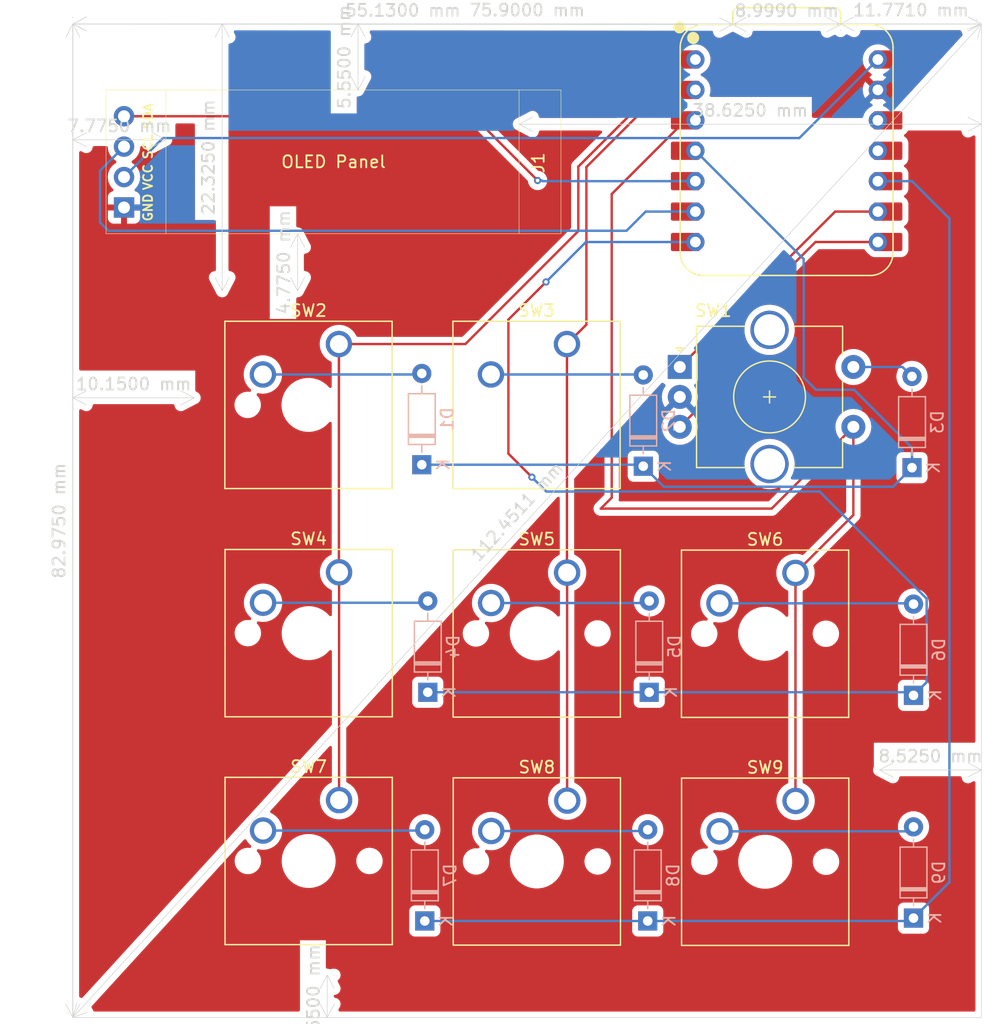
<source format=kicad_pcb>
(kicad_pcb (version 20240108) (generator "pcbnew") (generator_version "8.0")
  (layers (0 "F.Cu" signal) (31 "B.Cu" signal) (34 "B.Paste" user) (35 "F.Paste" user) (36 "B.SilkS" user "B.Silkscreen") (37 "F.SilkS" user "F.Silkscreen") (38 "B.Mask" user) (39 "F.Mask" user) (44 "Edge.Cuts" user))
  (net 0 "")
  (net 1 "Net-(J1-VCC)")
  (net 2 "Net-(D1-A)")
  (net 3 "Net-(D2-A)")
  (net 4 "C2")
  (net 5 "Net-(D3-A)")
  (net 6 "C0")
  (net 7 "Net-(D4-A)")
  (net 8 "Net-(D5-A)")
  (net 9 "Net-(D6-A)")
  (net 10 "Net-(D7-A)")
  (net 11 "Net-(D8-A)")
  (net 12 "Net-(D9-A)")
  (net 13 "GND")
  (net 14 "E1")
  (net 15 "E2")
  (net 16 "SDA")
  (net 17 "C1")
  (net 18 "R2")
  (net 20 "R0")
  (net 21 "SCL")
  (net 23 "R1")
  (footprint "Button_Switch_Keyboard:SW_Cherry_MX_1.00u_PCB" (layer "F.Cu") (at 120.65 73.66)
    (property "Reference" "SW3" (at -2.54 -2.794 0) (layer "F.SilkS"))
    (property "Value" "SW_Push")
    (fp_line (start -9.525 -1.905) (end 4.445 -1.905) (stroke (width 0.12)) (layer "F.SilkS"))
    (fp_line (start -9.525 12.065) (end -9.525 -1.905) (stroke (width 0.12)) (layer "F.SilkS"))
    (fp_line (start 4.445 -1.905) (end 4.445 12.065) (stroke (width 0.12)) (layer "F.SilkS"))
    (fp_line (start 4.445 12.065) (end -9.525 12.065) (stroke (width 0.12)) (layer "F.SilkS"))
    (pad "" np_thru_hole circle (at -7.62 5.08) (size 1.7 1.7) (drill 1.7) (layers "*.Cu" "*.Mask"))
    (pad "" np_thru_hole circle (at -2.54 5.08) (size 4 4) (drill 4) (layers "*.Cu" "*.Mask"))
    (pad "" np_thru_hole circle (at 2.54 5.08) (size 1.7 1.7) (drill 1.7) (layers "*.Cu" "*.Mask"))
    (pad "1" thru_hole circle (at 0 0) (size 2.2 2.2) (drill 1.5) (layers "*.Cu" "*.Mask") (net 17 "C1"))
    (pad "2" thru_hole circle (at -6.35 2.54) (size 2.2 2.2) (drill 1.5) (layers "*.Cu" "*.Mask") (net 3 "Net-(D2-A)"))
  )
  (footprint "Button_Switch_Keyboard:SW_Cherry_MX_1.00u_PCB" (layer "F.Cu") (at 120.665 92.745)
    (property "Reference" "SW5" (at -2.54 -2.794 0) (layer "F.SilkS"))
    (property "Value" "SW_Push")
    (fp_line (start -9.525 -1.905) (end 4.445 -1.905) (stroke (width 0.12)) (layer "F.SilkS"))
    (fp_line (start -9.525 12.065) (end -9.525 -1.905) (stroke (width 0.12)) (layer "F.SilkS"))
    (fp_line (start 4.445 -1.905) (end 4.445 12.065) (stroke (width 0.12)) (layer "F.SilkS"))
    (fp_line (start 4.445 12.065) (end -9.525 12.065) (stroke (width 0.12)) (layer "F.SilkS"))
    (pad "" np_thru_hole circle (at -7.62 5.08) (size 1.7 1.7) (drill 1.7) (layers "*.Cu" "*.Mask"))
    (pad "" np_thru_hole circle (at -2.54 5.08) (size 4 4) (drill 4) (layers "*.Cu" "*.Mask"))
    (pad "" np_thru_hole circle (at 2.54 5.08) (size 1.7 1.7) (drill 1.7) (layers "*.Cu" "*.Mask"))
    (pad "1" thru_hole circle (at 0 0) (size 2.2 2.2) (drill 1.5) (layers "*.Cu" "*.Mask") (net 17 "C1"))
    (pad "2" thru_hole circle (at -6.35 2.54) (size 2.2 2.2) (drill 1.5) (layers "*.Cu" "*.Mask") (net 8 "Net-(D5-A)"))
  )
  (footprint "Button_Switch_Keyboard:SW_Cherry_MX_1.00u_PCB" (layer "F.Cu") (at 120.675 111.785)
    (property "Reference" "SW8" (at -2.54 -2.794 0) (layer "F.SilkS"))
    (property "Value" "SW_Push")
    (fp_line (start -9.525 -1.905) (end 4.445 -1.905) (stroke (width 0.12)) (layer "F.SilkS"))
    (fp_line (start -9.525 12.065) (end -9.525 -1.905) (stroke (width 0.12)) (layer "F.SilkS"))
    (fp_line (start 4.445 -1.905) (end 4.445 12.065) (stroke (width 0.12)) (layer "F.SilkS"))
    (fp_line (start 4.445 12.065) (end -9.525 12.065) (stroke (width 0.12)) (layer "F.SilkS"))
    (pad "" np_thru_hole circle (at -7.62 5.08) (size 1.7 1.7) (drill 1.7) (layers "*.Cu" "*.Mask"))
    (pad "" np_thru_hole circle (at -2.54 5.08) (size 4 4) (drill 4) (layers "*.Cu" "*.Mask"))
    (pad "" np_thru_hole circle (at 2.54 5.08) (size 1.7 1.7) (drill 1.7) (layers "*.Cu" "*.Mask"))
    (pad "1" thru_hole circle (at 0 0) (size 2.2 2.2) (drill 1.5) (layers "*.Cu" "*.Mask") (net 17 "C1"))
    (pad "2" thru_hole circle (at -6.35 2.54) (size 2.2 2.2) (drill 1.5) (layers "*.Cu" "*.Mask") (net 11 "Net-(D8-A)"))
  )
  (footprint "Button_Switch_Keyboard:SW_Cherry_MX_1.00u_PCB" (layer "F.Cu") (at 101.6 73.66)
    (property "Reference" "SW2" (at -2.54 -2.794 0) (layer "F.SilkS"))
    (property "Value" "SW_Push")
    (fp_line (start -9.525 -1.905) (end 4.445 -1.905) (stroke (width 0.12)) (layer "F.SilkS"))
    (fp_line (start -9.525 12.065) (end -9.525 -1.905) (stroke (width 0.12)) (layer "F.SilkS"))
    (fp_line (start 4.445 -1.905) (end 4.445 12.065) (stroke (width 0.12)) (layer "F.SilkS"))
    (fp_line (start 4.445 12.065) (end -9.525 12.065) (stroke (width 0.12)) (layer "F.SilkS"))
    (pad "" np_thru_hole circle (at -7.62 5.08) (size 1.7 1.7) (drill 1.7) (layers "*.Cu" "*.Mask"))
    (pad "" np_thru_hole circle (at -2.54 5.08) (size 4 4) (drill 4) (layers "*.Cu" "*.Mask"))
    (pad "" np_thru_hole circle (at 2.54 5.08) (size 1.7 1.7) (drill 1.7) (layers "*.Cu" "*.Mask"))
    (pad "1" thru_hole circle (at 0 0) (size 2.2 2.2) (drill 1.5) (layers "*.Cu" "*.Mask") (net 6 "C0"))
    (pad "2" thru_hole circle (at -6.35 2.54) (size 2.2 2.2) (drill 1.5) (layers "*.Cu" "*.Mask") (net 2 "Net-(D1-A)"))
  )
  (footprint "Button_Switch_Keyboard:SW_Cherry_MX_1.00u_PCB" (layer "F.Cu") (at 101.615 111.745)
    (property "Reference" "SW7" (at -2.54 -2.794 0) (layer "F.SilkS"))
    (property "Value" "SW_Push")
    (fp_line (start -9.525 -1.905) (end 4.445 -1.905) (stroke (width 0.12)) (layer "F.SilkS"))
    (fp_line (start -9.525 12.065) (end -9.525 -1.905) (stroke (width 0.12)) (layer "F.SilkS"))
    (fp_line (start 4.445 -1.905) (end 4.445 12.065) (stroke (width 0.12)) (layer "F.SilkS"))
    (fp_line (start 4.445 12.065) (end -9.525 12.065) (stroke (width 0.12)) (layer "F.SilkS"))
    (pad "" np_thru_hole circle (at -7.62 5.08) (size 1.7 1.7) (drill 1.7) (layers "*.Cu" "*.Mask"))
    (pad "" np_thru_hole circle (at -2.54 5.08) (size 4 4) (drill 4) (layers "*.Cu" "*.Mask"))
    (pad "" np_thru_hole circle (at 2.54 5.08) (size 1.7 1.7) (drill 1.7) (layers "*.Cu" "*.Mask"))
    (pad "1" thru_hole circle (at 0 0) (size 2.2 2.2) (drill 1.5) (layers "*.Cu" "*.Mask") (net 6 "C0"))
    (pad "2" thru_hole circle (at -6.35 2.54) (size 2.2 2.2) (drill 1.5) (layers "*.Cu" "*.Mask") (net 10 "Net-(D7-A)"))
  )
  (footprint "Rotary_Encoder:RotaryEncoder_Alps_EC11E-Switch_Vertical_H20mm_CircularMountingHoles" (layer "F.Cu") (at 130.075 75.575)
    (property "Reference" "SW1" (at 2.8 -4.7 0) (layer "F.SilkS"))
    (property "Value" "RotaryEncoder_Switch")
    (fp_line (start -0.3 -1.6) (end 0.3 -1.6) (stroke (width 0.12)) (layer "F.SilkS"))
    (fp_line (start 0 -1.3) (end -0.3 -1.6) (stroke (width 0.12)) (layer "F.SilkS"))
    (fp_line (start 0.3 -1.6) (end 0 -1.3) (stroke (width 0.12)) (layer "F.SilkS"))
    (fp_line (start 1.4 -3.4) (end 1.4 8.4) (stroke (width 0.12)) (layer "F.SilkS"))
    (fp_line (start 5.5 -3.4) (end 1.4 -3.4) (stroke (width 0.12)) (layer "F.SilkS"))
    (fp_line (start 5.5 8.4) (end 1.4 8.4) (stroke (width 0.12)) (layer "F.SilkS"))
    (fp_line (start 7 2.5) (end 8 2.5) (stroke (width 0.12)) (layer "F.SilkS"))
    (fp_line (start 7.5 2) (end 7.5 3) (stroke (width 0.12)) (layer "F.SilkS"))
    (fp_line (start 9.5 -3.4) (end 13.6 -3.4) (stroke (width 0.12)) (layer "F.SilkS"))
    (fp_line (start 13.6 -3.4) (end 13.6 -1) (stroke (width 0.12)) (layer "F.SilkS"))
    (fp_line (start 13.6 1.2) (end 13.6 3.8) (stroke (width 0.12)) (layer "F.SilkS"))
    (fp_line (start 13.6 6) (end 13.6 8.4) (stroke (width 0.12)) (layer "F.SilkS"))
    (fp_line (start 13.6 8.4) (end 9.5 8.4) (stroke (width 0.12)) (layer "F.SilkS"))
    (fp_circle (center 7.5 2.5) (end 10.5 2.5) (stroke (width 0.12)) (fill none) (layer "F.SilkS"))
    (pad "A" thru_hole rect (at 0 0) (size 2 2) (drill 1) (layers "*.Cu" "*.Mask") (net 14 "E1"))
    (pad "B" thru_hole circle (at 0 5) (size 2 2) (drill 1) (layers "*.Cu" "*.Mask") (net 15 "E2"))
    (pad "C" thru_hole circle (at 0 2.5) (size 2 2) (drill 1) (layers "*.Cu" "*.Mask") (net 13 "GND"))
    (pad "MP" thru_hole circle (at 7.5 -3.1) (size 3.2 3.2) (drill 2.6) (layers "*.Cu" "*.Mask"))
    (pad "MP" thru_hole circle (at 7.5 8.1) (size 3.2 3.2) (drill 2.6) (layers "*.Cu" "*.Mask"))
    (pad "S1" thru_hole circle (at 14.5 5) (size 2 2) (drill 1) (layers "*.Cu" "*.Mask") (net 4 "C2"))
    (pad "S2" thru_hole circle (at 14.5 0) (size 2 2) (drill 1) (layers "*.Cu" "*.Mask") (net 5 "Net-(D3-A)"))
  )
  (footprint "Button_Switch_Keyboard:SW_Cherry_MX_1.00u_PCB" (layer "F.Cu") (at 139.74 92.77)
    (property "Reference" "SW6" (at -2.54 -2.794 0) (layer "F.SilkS"))
    (property "Value" "SW_Push")
    (fp_line (start -9.525 -1.905) (end 4.445 -1.905) (stroke (width 0.12)) (layer "F.SilkS"))
    (fp_line (start -9.525 12.065) (end -9.525 -1.905) (stroke (width 0.12)) (layer "F.SilkS"))
    (fp_line (start 4.445 -1.905) (end 4.445 12.065) (stroke (width 0.12)) (layer "F.SilkS"))
    (fp_line (start 4.445 12.065) (end -9.525 12.065) (stroke (width 0.12)) (layer "F.SilkS"))
    (pad "" np_thru_hole circle (at -7.62 5.08) (size 1.7 1.7) (drill 1.7) (layers "*.Cu" "*.Mask"))
    (pad "" np_thru_hole circle (at -2.54 5.08) (size 4 4) (drill 4) (layers "*.Cu" "*.Mask"))
    (pad "" np_thru_hole circle (at 2.54 5.08) (size 1.7 1.7) (drill 1.7) (layers "*.Cu" "*.Mask"))
    (pad "1" thru_hole circle (at 0 0) (size 2.2 2.2) (drill 1.5) (layers "*.Cu" "*.Mask") (net 4 "C2"))
    (pad "2" thru_hole circle (at -6.35 2.54) (size 2.2 2.2) (drill 1.5) (layers "*.Cu" "*.Mask") (net 9 "Net-(D6-A)"))
  )
  (footprint "Button_Switch_Keyboard:SW_Cherry_MX_1.00u_PCB" (layer "F.Cu") (at 139.75 111.81)
    (property "Reference" "SW9" (at -2.54 -2.794 0) (layer "F.SilkS"))
    (property "Value" "SW_Push")
    (fp_line (start -9.525 -1.905) (end 4.445 -1.905) (stroke (width 0.12)) (layer "F.SilkS"))
    (fp_line (start -9.525 12.065) (end -9.525 -1.905) (stroke (width 0.12)) (layer "F.SilkS"))
    (fp_line (start 4.445 -1.905) (end 4.445 12.065) (stroke (width 0.12)) (layer "F.SilkS"))
    (fp_line (start 4.445 12.065) (end -9.525 12.065) (stroke (width 0.12)) (layer "F.SilkS"))
    (pad "" np_thru_hole circle (at -7.62 5.08) (size 1.7 1.7) (drill 1.7) (layers "*.Cu" "*.Mask"))
    (pad "" np_thru_hole circle (at -2.54 5.08) (size 4 4) (drill 4) (layers "*.Cu" "*.Mask"))
    (pad "" np_thru_hole circle (at 2.54 5.08) (size 1.7 1.7) (drill 1.7) (layers "*.Cu" "*.Mask"))
    (pad "1" thru_hole circle (at 0 0) (size 2.2 2.2) (drill 1.5) (layers "*.Cu" "*.Mask") (net 4 "C2"))
    (pad "2" thru_hole circle (at -6.35 2.54) (size 2.2 2.2) (drill 1.5) (layers "*.Cu" "*.Mask") (net 12 "Net-(D9-A)"))
  )
  (footprint "ScottoKeebs_Miscellaneous:XIAO-RP2040-DIP" (layer "F.Cu") (at 139 57.5185)
    (property "Reference" "U1" (hide yes))
    (property "Value" "MCU_Seeed_XIAO_RP2040")
    (fp_line (start -8.89 8.509) (end -8.89 -8.636) (stroke (width 0.127)) (layer "F.SilkS"))
    (fp_line (start -6.985 10.414) (end 6.985 10.414) (stroke (width 0.127)) (layer "F.SilkS"))
    (fp_line (start -4.495 -10.541) (end -4.491272 -11.451272) (stroke (width 0.127)) (layer "F.SilkS"))
    (fp_line (start -3.991272 -11.951) (end 4.004 -11.951) (stroke (width 0.127)) (layer "F.SilkS"))
    (fp_line (start 4.504 -11.451) (end 4.504 -10.541) (stroke (width 0.127)) (layer "F.SilkS"))
    (fp_line (start 6.985 -10.541) (end -6.985 -10.541) (stroke (width 0.1)) (layer "F.SilkS"))
    (fp_line (start 6.985 -10.541) (end -6.985 -10.541) (stroke (width 0.127)) (layer "F.SilkS"))
    (fp_line (start 8.89 8.509) (end 8.89 -8.636) (stroke (width 0.127)) (layer "F.SilkS"))
    (fp_arc (start -8.89 -8.636) (mid -8.332038 -9.983038) (end -6.985 -10.541) (stroke (width 0.127)) (layer "F.SilkS"))
    (fp_arc (start -6.985 10.414) (mid -8.332038 9.856038) (end -8.89 8.509) (stroke (width 0.127)) (layer "F.SilkS"))
    (fp_arc (start -4.491272 -11.451272) (mid -4.344724 -11.804644) (end -3.991272 -11.951) (stroke (width 0.127)) (layer "F.SilkS"))
    (fp_arc (start 4.004 -11.951) (mid 4.357553 -11.804553) (end 4.504 -11.451) (stroke (width 0.127)) (layer "F.SilkS"))
    (fp_arc (start 6.985 -10.541) (mid 8.332038 -9.983038) (end 8.89 -8.636) (stroke (width 0.127)) (layer "F.SilkS"))
    (fp_arc (start 8.89 8.509) (mid 8.332038 9.856038) (end 6.985 10.414) (stroke (width 0.127)) (layer "F.SilkS"))
    (fp_circle (center -8.95 -10.3) (end -8.95 -10.554) (stroke (width 0.5)) (fill solid) (layer "F.SilkS"))
    (fp_circle (center -7.807 -9.42) (end -7.807 -9.674) (stroke (width 0.5)) (fill solid) (layer "F.SilkS"))
    (pad "1" smd roundrect (at -8.455 -7.62 180) (size 2.432 1.524) (layers "F.Cu" "F.Mask") (roundrect_rratio 0.1) (net 6 "C0"))
    (pad "1" thru_hole circle (at -7.62 -7.62 180) (size 1.524 1.524) (drill 0.889) (layers "*.Cu" "*.Mask") (net 6 "C0"))
    (pad "2" smd roundrect (at -8.455 -5.08 180) (size 2.432 1.524) (layers "F.Cu" "F.Mask") (roundrect_rratio 0.1) (net 17 "C1"))
    (pad "2" thru_hole circle (at -7.62 -5.08 180) (size 1.524 1.524) (drill 0.889) (layers "*.Cu" "*.Mask") (net 17 "C1"))
    (pad "3" smd roundrect (at -8.455 -2.54 180) (size 2.432 1.524) (layers "F.Cu" "F.Mask") (roundrect_rratio 0.1) (net 4 "C2"))
    (pad "3" thru_hole circle (at -7.62 -2.54 180) (size 1.524 1.524) (drill 0.889) (layers "*.Cu" "*.Mask") (net 4 "C2"))
    (pad "4" smd roundrect (at -8.455 0 180) (size 2.432 1.524) (layers "F.Cu" "F.Mask") (roundrect_rratio 0.1) (net 20 "R0"))
    (pad "4" thru_hole circle (at -7.62 0 180) (size 1.524 1.524) (drill 0.889) (layers "*.Cu" "*.Mask") (net 20 "R0"))
    (pad "5" smd roundrect (at -8.455 2.54 180) (size 2.432 1.524) (layers "F.Cu" "F.Mask") (roundrect_rratio 0.1) (net 16 "SDA"))
    (pad "5" thru_hole circle (at -7.62 2.54 180) (size 1.524 1.524) (drill 0.889) (layers "*.Cu" "*.Mask") (net 16 "SDA"))
    (pad "6" smd roundrect (at -8.455 5.08 180) (size 2.432 1.524) (layers "F.Cu" "F.Mask") (roundrect_rratio 0.1) (net 21 "SCL"))
    (pad "6" thru_hole circle (at -7.62 5.08 180) (size 1.524 1.524) (drill 0.889) (layers "*.Cu" "*.Mask") (net 21 "SCL"))
    (pad "7" smd roundrect (at -8.455 7.62 180) (size 2.432 1.524) (layers "F.Cu" "F.Mask") (roundrect_rratio 0.1) (net 23 "R1"))
    (pad "7" thru_hole circle (at -7.62 7.62 180) (size 1.524 1.524) (drill 0.889) (layers "*.Cu" "*.Mask") (net 23 "R1"))
    (pad "8" thru_hole circle (at 7.62 7.62) (size 1.524 1.524) (drill 0.889) (layers "*.Cu" "*.Mask") (net 15 "E2"))
    (pad "8" smd roundrect (at 8.455 7.62) (size 2.432 1.524) (layers "F.Cu" "F.Mask") (roundrect_rratio 0.1) (net 15 "E2"))
    (pad "9" thru_hole circle (at 7.62 5.08) (size 1.524 1.524) (drill 0.889) (layers "*.Cu" "*.Mask") (net 14 "E1"))
    (pad "9" smd roundrect (at 8.455 5.08) (size 2.432 1.524) (layers "F.Cu" "F.Mask") (roundrect_rratio 0.1) (net 14 "E1"))
    (pad "10" thru_hole circle (at 7.62 2.54) (size 1.524 1.524) (drill 0.889) (layers "*.Cu" "*.Mask") (net 18 "R2"))
    (pad "10" smd roundrect (at 8.455 2.54) (size 2.432 1.524) (layers "F.Cu" "F.Mask") (roundrect_rratio 0.1) (net 18 "R2"))
    (pad "11" thru_hole circle (at 7.62 0) (size 1.524 1.524) (drill 0.889) (layers "*.Cu" "*.Mask"))
    (pad "11" smd roundrect (at 8.455 0) (size 2.432 1.524) (layers "F.Cu" "F.Mask") (roundrect_rratio 0.1))
    (pad "12" thru_hole circle (at 7.62 -2.54) (size 1.524 1.524) (drill 0.889) (layers "*.Cu" "*.Mask"))
    (pad "12" smd roundrect (at 8.455 -2.54) (size 2.432 1.524) (layers "F.Cu" "F.Mask") (roundrect_rratio 0.1))
    (pad "13" thru_hole circle (at 7.62 -5.08) (size 1.524 1.524) (drill 0.889) (layers "*.Cu" "*.Mask") (net 13 "GND"))
    (pad "13" smd roundrect (at 8.455 -5.08) (size 2.432 1.524) (layers "F.Cu" "F.Mask") (roundrect_rratio 0.1) (net 13 "GND"))
    (pad "14" thru_hole circle (at 7.62 -7.62) (size 1.524 1.524) (drill 0.889) (layers "*.Cu" "*.Mask") (net 1 "Net-(J1-VCC)"))
    (pad "14" smd roundrect (at 8.455 -7.62) (size 2.432 1.524) (layers "F.Cu" "F.Mask") (roundrect_rratio 0.1) (net 1 "Net-(J1-VCC)"))
  )
  (footprint "Button_Switch_Keyboard:SW_Cherry_MX_1.00u_PCB" (layer "F.Cu") (at 101.615 92.72)
    (property "Reference" "SW4" (at -2.54 -2.794 0) (layer "F.SilkS"))
    (property "Value" "SW_Push")
    (fp_line (start -9.525 -1.905) (end 4.445 -1.905) (stroke (width 0.12)) (layer "F.SilkS"))
    (fp_line (start -9.525 12.065) (end -9.525 -1.905) (stroke (width 0.12)) (layer "F.SilkS"))
    (fp_line (start 4.445 -1.905) (end 4.445 12.065) (stroke (width 0.12)) (layer "F.SilkS"))
    (fp_line (start 4.445 12.065) (end -9.525 12.065) (stroke (width 0.12)) (layer "F.SilkS"))
    (pad "" np_thru_hole circle (at -7.62 5.08) (size 1.7 1.7) (drill 1.7) (layers "*.Cu" "*.Mask"))
    (pad "" np_thru_hole circle (at -2.54 5.08) (size 4 4) (drill 4) (layers "*.Cu" "*.Mask"))
    (pad "" np_thru_hole circle (at 2.54 5.08) (size 1.7 1.7) (drill 1.7) (layers "*.Cu" "*.Mask"))
    (pad "1" thru_hole circle (at 0 0) (size 2.2 2.2) (drill 1.5) (layers "*.Cu" "*.Mask") (net 6 "C0"))
    (pad "2" thru_hole circle (at -6.35 2.54) (size 2.2 2.2) (drill 1.5) (layers "*.Cu" "*.Mask") (net 7 "Net-(D4-A)"))
  )
  (footprint "ScottoKeebs_Miscellaneous:SSD1306-0.91-OLED-4pin-128x32 (2)" (layer "F.Cu") (at 120.15 64.445 180)
    (property "Reference" "J1" (at 1.9 5.91 90) (layer "F.SilkS"))
    (property "Value" "OLED_128x32")
    (fp_line (start 38 12) (end 38 0) (stroke (width 0.04)) (layer "F.SilkS"))
    (fp_line (start 38 0) (end 0 0) (stroke (width 0.04)) (layer "F.SilkS"))
    (fp_line (start 33 0) (end 33 12) (stroke (width 0.04)) (layer "F.SilkS"))
    (fp_line (start 3.5 0) (end 3.5 12) (stroke (width 0.04)) (layer "F.SilkS"))
    (fp_line (start 0 12) (end 38 12) (stroke (width 0.04)) (layer "F.SilkS"))
    (fp_line (start 0 0) (end 0 12) (stroke (width 0.04)) (layer "F.SilkS"))
    (fp_text user "SCL" (at 34.5 7.27 90) (layer "F.SilkS") (effects (font (size 0.75 0.75))))
    (fp_text user "VCC" (at 34.5 4.73 90) (layer "F.SilkS") (effects (font (size 0.75 0.75))))
    (fp_text user "OLED Panel" (at 19 6 0) (layer "F.SilkS"))
    (fp_text user "GND" (at 34.5 2.19 90) (layer "F.SilkS") (effects (font (size 0.75 0.75))))
    (fp_text user "SDA" (at 34.5 9.81 90) (layer "F.SilkS") (effects (font (size 0.75 0.75))))
    (pad "1" thru_hole rect (at 36.5 2.19 180) (size 1.7 1.7) (drill 1) (layers "*.Cu" "*.Mask") (net 13 "GND"))
    (pad "2" thru_hole oval (at 36.5 4.73 180) (size 1.7 1.7) (drill 1) (layers "*.Cu" "*.Mask") (net 1 "Net-(J1-VCC)"))
    (pad "3" thru_hole oval (at 36.5 7.27 180) (size 1.7 1.7) (drill 1) (layers "*.Cu" "*.Mask") (net 21 "SCL"))
    (pad "4" thru_hole oval (at 36.5 9.81 180) (size 1.7 1.7) (drill 1) (layers "*.Cu" "*.Mask") (net 16 "SDA"))
  )
  (footprint "Diode_THT:D_DO-35_SOD27_P7.62mm_Horizontal" (layer "B.Cu") (at 127.4 121.835 90)
    (property "Reference" "D8" (at 3.81 2.12 90) (layer "B.SilkS") (effects (justify mirror)))
    (property "Value" "D")
    (fp_line (start 5.93 -1.12) (end 1.69 -1.12) (stroke (width 0.12)) (layer "B.SilkS"))
    (fp_line (start 2.53 -1.12) (end 2.53 1.12) (stroke (width 0.12)) (layer "B.SilkS"))
    (fp_line (start 2.41 -1.12) (end 2.41 1.12) (stroke (width 0.12)) (layer "B.SilkS"))
    (fp_line (start 2.29 -1.12) (end 2.29 1.12) (stroke (width 0.12)) (layer "B.SilkS"))
    (fp_line (start 1.69 -1.12) (end 1.69 1.12) (stroke (width 0.12)) (layer "B.SilkS"))
    (fp_line (start 5.93 0) (end 6.58 0) (stroke (width 0.12)) (layer "B.SilkS"))
    (fp_line (start 1.69 0) (end 1.04 0) (stroke (width 0.12)) (layer "B.SilkS"))
    (fp_line (start 5.93 1.12) (end 5.93 -1.12) (stroke (width 0.12)) (layer "B.SilkS"))
    (fp_line (start 1.69 1.12) (end 5.93 1.12) (stroke (width 0.12)) (layer "B.SilkS"))
    (fp_text user "K" (at 0 1.8 90) (layer "B.SilkS") (effects (justify mirror)))
    (pad "1" thru_hole rect (at 0 0 90) (size 1.6 1.6) (drill 0.8) (layers "*.Cu" "*.Mask") (net 18 "R2"))
    (pad "2" thru_hole oval (at 7.62 0 90) (size 1.6 1.6) (drill 0.8) (layers "*.Cu" "*.Mask") (net 11 "Net-(D8-A)"))
  )
  (footprint "Diode_THT:D_DO-35_SOD27_P7.62mm_Horizontal" (layer "B.Cu") (at 108.525 83.735 90)
    (property "Reference" "D1" (at 3.81 2.12 90) (layer "B.SilkS") (effects (justify mirror)))
    (property "Value" "D")
    (fp_line (start 5.93 -1.12) (end 1.69 -1.12) (stroke (width 0.12)) (layer "B.SilkS"))
    (fp_line (start 2.53 -1.12) (end 2.53 1.12) (stroke (width 0.12)) (layer "B.SilkS"))
    (fp_line (start 2.41 -1.12) (end 2.41 1.12) (stroke (width 0.12)) (layer "B.SilkS"))
    (fp_line (start 2.29 -1.12) (end 2.29 1.12) (stroke (width 0.12)) (layer "B.SilkS"))
    (fp_line (start 1.69 -1.12) (end 1.69 1.12) (stroke (width 0.12)) (layer "B.SilkS"))
    (fp_line (start 5.93 0) (end 6.58 0) (stroke (width 0.12)) (layer "B.SilkS"))
    (fp_line (start 1.69 0) (end 1.04 0) (stroke (width 0.12)) (layer "B.SilkS"))
    (fp_line (start 5.93 1.12) (end 5.93 -1.12) (stroke (width 0.12)) (layer "B.SilkS"))
    (fp_line (start 1.69 1.12) (end 5.93 1.12) (stroke (width 0.12)) (layer "B.SilkS"))
    (fp_text user "K" (at 0 1.8 90) (layer "B.SilkS") (effects (justify mirror)))
    (pad "1" thru_hole rect (at 0 0 90) (size 1.6 1.6) (drill 0.8) (layers "*.Cu" "*.Mask") (net 20 "R0"))
    (pad "2" thru_hole oval (at 7.62 0 90) (size 1.6 1.6) (drill 0.8) (layers "*.Cu" "*.Mask") (net 2 "Net-(D1-A)"))
  )
  (footprint "Diode_THT:D_DO-35_SOD27_P7.62mm_Horizontal" (layer "B.Cu") (at 149.6 121.595 90)
    (property "Reference" "D9" (at 3.81 2.12 90) (layer "B.SilkS") (effects (justify mirror)))
    (property "Value" "D")
    (fp_line (start 5.93 -1.12) (end 1.69 -1.12) (stroke (width 0.12)) (layer "B.SilkS"))
    (fp_line (start 2.53 -1.12) (end 2.53 1.12) (stroke (width 0.12)) (layer "B.SilkS"))
    (fp_line (start 2.41 -1.12) (end 2.41 1.12) (stroke (width 0.12)) (layer "B.SilkS"))
    (fp_line (start 2.29 -1.12) (end 2.29 1.12) (stroke (width 0.12)) (layer "B.SilkS"))
    (fp_line (start 1.69 -1.12) (end 1.69 1.12) (stroke (width 0.12)) (layer "B.SilkS"))
    (fp_line (start 5.93 0) (end 6.58 0) (stroke (width 0.12)) (layer "B.SilkS"))
    (fp_line (start 1.69 0) (end 1.04 0) (stroke (width 0.12)) (layer "B.SilkS"))
    (fp_line (start 5.93 1.12) (end 5.93 -1.12) (stroke (width 0.12)) (layer "B.SilkS"))
    (fp_line (start 1.69 1.12) (end 5.93 1.12) (stroke (width 0.12)) (layer "B.SilkS"))
    (fp_text user "K" (at 0 1.8 90) (layer "B.SilkS") (effects (justify mirror)))
    (pad "1" thru_hole rect (at 0 0 90) (size 1.6 1.6) (drill 0.8) (layers "*.Cu" "*.Mask") (net 18 "R2"))
    (pad "2" thru_hole oval (at 7.62 0 90) (size 1.6 1.6) (drill 0.8) (layers "*.Cu" "*.Mask") (net 12 "Net-(D9-A)"))
  )
  (footprint "Diode_THT:D_DO-35_SOD27_P7.62mm_Horizontal" (layer "B.Cu") (at 108.775 121.835 90)
    (property "Reference" "D7" (at 3.81 2.12 90) (layer "B.SilkS") (effects (justify mirror)))
    (property "Value" "D")
    (fp_line (start 5.93 -1.12) (end 1.69 -1.12) (stroke (width 0.12)) (layer "B.SilkS"))
    (fp_line (start 2.53 -1.12) (end 2.53 1.12) (stroke (width 0.12)) (layer "B.SilkS"))
    (fp_line (start 2.41 -1.12) (end 2.41 1.12) (stroke (width 0.12)) (layer "B.SilkS"))
    (fp_line (start 2.29 -1.12) (end 2.29 1.12) (stroke (width 0.12)) (layer "B.SilkS"))
    (fp_line (start 1.69 -1.12) (end 1.69 1.12) (stroke (width 0.12)) (layer "B.SilkS"))
    (fp_line (start 5.93 0) (end 6.58 0) (stroke (width 0.12)) (layer "B.SilkS"))
    (fp_line (start 1.69 0) (end 1.04 0) (stroke (width 0.12)) (layer "B.SilkS"))
    (fp_line (start 5.93 1.12) (end 5.93 -1.12) (stroke (width 0.12)) (layer "B.SilkS"))
    (fp_line (start 1.69 1.12) (end 5.93 1.12) (stroke (width 0.12)) (layer "B.SilkS"))
    (fp_text user "K" (at 0 1.8 90) (layer "B.SilkS") (effects (justify mirror)))
    (pad "1" thru_hole rect (at 0 0 90) (size 1.6 1.6) (drill 0.8) (layers "*.Cu" "*.Mask") (net 18 "R2"))
    (pad "2" thru_hole oval (at 7.62 0 90) (size 1.6 1.6) (drill 0.8) (layers "*.Cu" "*.Mask") (net 10 "Net-(D7-A)"))
  )
  (footprint "Diode_THT:D_DO-35_SOD27_P7.62mm_Horizontal" (layer "B.Cu") (at 149.475 83.985 90)
    (property "Reference" "D3" (at 3.81 2.12 90) (layer "B.SilkS") (effects (justify mirror)))
    (property "Value" "D")
    (fp_line (start 5.93 -1.12) (end 1.69 -1.12) (stroke (width 0.12)) (layer "B.SilkS"))
    (fp_line (start 2.53 -1.12) (end 2.53 1.12) (stroke (width 0.12)) (layer "B.SilkS"))
    (fp_line (start 2.41 -1.12) (end 2.41 1.12) (stroke (width 0.12)) (layer "B.SilkS"))
    (fp_line (start 2.29 -1.12) (end 2.29 1.12) (stroke (width 0.12)) (layer "B.SilkS"))
    (fp_line (start 1.69 -1.12) (end 1.69 1.12) (stroke (width 0.12)) (layer "B.SilkS"))
    (fp_line (start 5.93 0) (end 6.58 0) (stroke (width 0.12)) (layer "B.SilkS"))
    (fp_line (start 1.69 0) (end 1.04 0) (stroke (width 0.12)) (layer "B.SilkS"))
    (fp_line (start 5.93 1.12) (end 5.93 -1.12) (stroke (width 0.12)) (layer "B.SilkS"))
    (fp_line (start 1.69 1.12) (end 5.93 1.12) (stroke (width 0.12)) (layer "B.SilkS"))
    (fp_text user "K" (at 0 1.8 90) (layer "B.SilkS") (effects (justify mirror)))
    (pad "1" thru_hole rect (at 0 0 90) (size 1.6 1.6) (drill 0.8) (layers "*.Cu" "*.Mask") (net 20 "R0"))
    (pad "2" thru_hole oval (at 7.62 0 90) (size 1.6 1.6) (drill 0.8) (layers "*.Cu" "*.Mask") (net 5 "Net-(D3-A)"))
  )
  (footprint "Diode_THT:D_DO-35_SOD27_P7.62mm_Horizontal" (layer "B.Cu") (at 109.025 102.735 90)
    (property "Reference" "D4" (at 3.81 2.12 90) (layer "B.SilkS") (effects (justify mirror)))
    (property "Value" "D")
    (fp_line (start 5.93 -1.12) (end 1.69 -1.12) (stroke (width 0.12)) (layer "B.SilkS"))
    (fp_line (start 2.53 -1.12) (end 2.53 1.12) (stroke (width 0.12)) (layer "B.SilkS"))
    (fp_line (start 2.41 -1.12) (end 2.41 1.12) (stroke (width 0.12)) (layer "B.SilkS"))
    (fp_line (start 2.29 -1.12) (end 2.29 1.12) (stroke (width 0.12)) (layer "B.SilkS"))
    (fp_line (start 1.69 -1.12) (end 1.69 1.12) (stroke (width 0.12)) (layer "B.SilkS"))
    (fp_line (start 5.93 0) (end 6.58 0) (stroke (width 0.12)) (layer "B.SilkS"))
    (fp_line (start 1.69 0) (end 1.04 0) (stroke (width 0.12)) (layer "B.SilkS"))
    (fp_line (start 5.93 1.12) (end 5.93 -1.12) (stroke (width 0.12)) (layer "B.SilkS"))
    (fp_line (start 1.69 1.12) (end 5.93 1.12) (stroke (width 0.12)) (layer "B.SilkS"))
    (fp_text user "K" (at 0 1.8 90) (layer "B.SilkS") (effects (justify mirror)))
    (pad "1" thru_hole rect (at 0 0 90) (size 1.6 1.6) (drill 0.8) (layers "*.Cu" "*.Mask") (net 23 "R1"))
    (pad "2" thru_hole oval (at 7.62 0 90) (size 1.6 1.6) (drill 0.8) (layers "*.Cu" "*.Mask") (net 7 "Net-(D4-A)"))
  )
  (footprint "Diode_THT:D_DO-35_SOD27_P7.62mm_Horizontal" (layer "B.Cu") (at 149.6 102.995 90)
    (property "Reference" "D6" (at 3.81 2.12 90) (layer "B.SilkS") (effects (justify mirror)))
    (property "Value" "D")
    (fp_line (start 5.93 -1.12) (end 1.69 -1.12) (stroke (width 0.12)) (layer "B.SilkS"))
    (fp_line (start 2.53 -1.12) (end 2.53 1.12) (stroke (width 0.12)) (layer "B.SilkS"))
    (fp_line (start 2.41 -1.12) (end 2.41 1.12) (stroke (width 0.12)) (layer "B.SilkS"))
    (fp_line (start 2.29 -1.12) (end 2.29 1.12) (stroke (width 0.12)) (layer "B.SilkS"))
    (fp_line (start 1.69 -1.12) (end 1.69 1.12) (stroke (width 0.12)) (layer "B.SilkS"))
    (fp_line (start 5.93 0) (end 6.58 0) (stroke (width 0.12)) (layer "B.SilkS"))
    (fp_line (start 1.69 0) (end 1.04 0) (stroke (width 0.12)) (layer "B.SilkS"))
    (fp_line (start 5.93 1.12) (end 5.93 -1.12) (stroke (width 0.12)) (layer "B.SilkS"))
    (fp_line (start 1.69 1.12) (end 5.93 1.12) (stroke (width 0.12)) (layer "B.SilkS"))
    (fp_text user "K" (at 0 1.8 90) (layer "B.SilkS") (effects (justify mirror)))
    (pad "1" thru_hole rect (at 0 0 90) (size 1.6 1.6) (drill 0.8) (layers "*.Cu" "*.Mask") (net 23 "R1"))
    (pad "2" thru_hole oval (at 7.62 0 90) (size 1.6 1.6) (drill 0.8) (layers "*.Cu" "*.Mask") (net 9 "Net-(D6-A)"))
  )
  (footprint "Diode_THT:D_DO-35_SOD27_P7.62mm_Horizontal" (layer "B.Cu") (at 127.025 83.86 90)
    (property "Reference" "D2" (at 3.81 2.12 90) (layer "B.SilkS") (effects (justify mirror)))
    (property "Value" "D")
    (fp_line (start 5.93 -1.12) (end 1.69 -1.12) (stroke (width 0.12)) (layer "B.SilkS"))
    (fp_line (start 2.53 -1.12) (end 2.53 1.12) (stroke (width 0.12)) (layer "B.SilkS"))
    (fp_line (start 2.41 -1.12) (end 2.41 1.12) (stroke (width 0.12)) (layer "B.SilkS"))
    (fp_line (start 2.29 -1.12) (end 2.29 1.12) (stroke (width 0.12)) (layer "B.SilkS"))
    (fp_line (start 1.69 -1.12) (end 1.69 1.12) (stroke (width 0.12)) (layer "B.SilkS"))
    (fp_line (start 5.93 0) (end 6.58 0) (stroke (width 0.12)) (layer "B.SilkS"))
    (fp_line (start 1.69 0) (end 1.04 0) (stroke (width 0.12)) (layer "B.SilkS"))
    (fp_line (start 5.93 1.12) (end 5.93 -1.12) (stroke (width 0.12)) (layer "B.SilkS"))
    (fp_line (start 1.69 1.12) (end 5.93 1.12) (stroke (width 0.12)) (layer "B.SilkS"))
    (fp_text user "K" (at 0 1.8 90) (layer "B.SilkS") (effects (justify mirror)))
    (pad "1" thru_hole rect (at 0 0 90) (size 1.6 1.6) (drill 0.8) (layers "*.Cu" "*.Mask") (net 20 "R0"))
    (pad "2" thru_hole oval (at 7.62 0 90) (size 1.6 1.6) (drill 0.8) (layers "*.Cu" "*.Mask") (net 3 "Net-(D2-A)"))
  )
  (footprint "Diode_THT:D_DO-35_SOD27_P7.62mm_Horizontal" (layer "B.Cu") (at 127.525 102.735 90)
    (property "Reference" "D5" (at 3.81 2.12 90) (layer "B.SilkS") (effects (justify mirror)))
    (property "Value" "D")
    (fp_line (start 5.93 -1.12) (end 1.69 -1.12) (stroke (width 0.12)) (layer "B.SilkS"))
    (fp_line (start 2.53 -1.12) (end 2.53 1.12) (stroke (width 0.12)) (layer "B.SilkS"))
    (fp_line (start 2.41 -1.12) (end 2.41 1.12) (stroke (width 0.12)) (layer "B.SilkS"))
    (fp_line (start 2.29 -1.12) (end 2.29 1.12) (stroke (width 0.12)) (layer "B.SilkS"))
    (fp_line (start 1.69 -1.12) (end 1.69 1.12) (stroke (width 0.12)) (layer "B.SilkS"))
    (fp_line (start 5.93 0) (end 6.58 0) (stroke (width 0.12)) (layer "B.SilkS"))
    (fp_line (start 1.69 0) (end 1.04 0) (stroke (width 0.12)) (layer "B.SilkS"))
    (fp_line (start 5.93 1.12) (end 5.93 -1.12) (stroke (width 0.12)) (layer "B.SilkS"))
    (fp_line (start 1.69 1.12) (end 5.93 1.12) (stroke (width 0.12)) (layer "B.SilkS"))
    (fp_text user "K" (at 0 1.8 90) (layer "B.SilkS") (effects (justify mirror)))
    (pad "1" thru_hole rect (at 0 0 90) (size 1.6 1.6) (drill 0.8) (layers "*.Cu" "*.Mask") (net 23 "R1"))
    (pad "2" thru_hole oval (at 7.62 0 90) (size 1.6 1.6) (drill 0.8) (layers "*.Cu" "*.Mask") (net 8 "Net-(D5-A)"))
  )
  (gr_rect (start 79.375 46.925) (end 155.275 129.9) (stroke (width 0.05)) (fill none) (layer "Edge.Cuts"))
  (dimension (type aligned) (layer "Edge.Cuts") (pts (xy 134.505 46.9775) (xy 143.504 46.9775)) (height 0) (gr_text "8.9990 mm" (at 139.0045 45.8275 0) (layer "Edge.Cuts") (effects (font (size 1 1) (thickness 0.15)))) (format (prefix "") (suffix "") (units 3) (units_format 1) (precision 4)) (style (thickness 0.05) (arrow_length 1.27) (text_position_mode 0) (extension_height 0.58642) (extension_offset 0.5) keep_text_aligned))
  (dimension (type aligned) (layer "Edge.Cuts") (pts (xy 79.375 129.9) (xy 79.375 46.925)) (height 0.000006) (gr_text "82.9750 mm" (at 78.225006 88.4125 90) (layer "Edge.Cuts") (effects (font (size 1 1) (thickness 0.15)))) (format (prefix "") (suffix "") (units 3) (units_format 1) (precision 4)) (style (thickness 0.05) (arrow_length 1.27) (text_position_mode 0) (extension_height 0.58642) (extension_offset 0.5) keep_text_aligned))
  (dimension (type aligned) (layer "Edge.Cuts") (pts (xy 79.375 46.927501) (xy 134.505 46.9775)) (height 0) (gr_text "55.1300 mm" (at 106.941043 45.802501 359.9480358) (layer "Edge.Cuts") (effects (font (size 1 1) (thickness 0.15)))) (format (prefix "") (suffix "") (units 3) (units_format 1) (precision 4)) (style (thickness 0.05) (arrow_length 1.27) (text_position_mode 0) (extension_height 0.58642) (extension_offset 0.5) keep_text_aligned))
  (dimension (type aligned) (layer "Edge.Cuts") (pts (xy 79.375 46.925) (xy 155.275 46.925)) (height 0.002501) (gr_text "75.9000 mm" (at 117.325 45.777501 0) (layer "Edge.Cuts") (effects (font (size 1 1) (thickness 0.15)))) (format (prefix "") (suffix "") (units 3) (units_format 1) (precision 4)) (style (thickness 0.05) (arrow_length 1.27) (text_position_mode 0) (extension_height 0.58642) (extension_offset 0.5) keep_text_aligned))
  (dimension (type aligned) (layer "Edge.Cuts") (pts (xy 79.375006 129.9) (xy 155.275 46.927501)) (height -0.001688) (gr_text "112.4511 mm" (at 116.475226 87.636407 47.54894581) (layer "Edge.Cuts") (effects (font (size 1 1) (thickness 0.15)))) (format (prefix "") (suffix "") (units 3) (units_format 1) (precision 4)) (style (thickness 0.05) (arrow_length 1.27) (text_position_mode 0) (extension_height 0.58642) (extension_offset 0.5) keep_text_aligned))
  (dimension (type aligned) (layer "Edge.Cuts") (pts (xy 143.504 46.925) (xy 155.275 46.925)) (height 0.002501) (gr_text "11.7710 mm" (at 149.3895 45.777501 0) (layer "Edge.Cuts") (effects (font (size 1 1) (thickness 0.15)))) (format (prefix "") (suffix "") (units 3) (units_format 1) (precision 4)) (style (thickness 0.05) (arrow_length 1.27) (text_position_mode 0) (extension_height 0.58642) (extension_offset 0.5) keep_text_aligned))
  (dimension (type orthogonal) (layer "Edge.Cuts") (pts (xy 116.65 55.3) (xy 155.275 55.3)) (height 0) (orientation 0) (gr_text "38.6250 mm" (at 135.9625 54.15 0) (layer "Edge.Cuts") (effects (font (size 1 1) (thickness 0.15)))) (format (prefix "") (suffix "") (units 3) (units_format 1) (precision 4)) (style (thickness 0.05) (arrow_length 1.27) (text_position_mode 0) (extension_height 0.58642) (extension_offset 0.5) keep_text_aligned))
  (dimension (type orthogonal) (layer "Edge.Cuts") (pts (xy 79.375 78.15) (xy 89.525 78.15)) (height 0) (orientation 0) (gr_text "10.1500 mm" (at 84.45 77 0) (layer "Edge.Cuts") (effects (font (size 1 1) (thickness 0.15)))) (format (prefix "") (suffix "") (units 3) (units_format 1) (precision 4)) (style (thickness 0.05) (arrow_length 1.27) (text_position_mode 0) (extension_height 0.58642) (extension_offset 0.5) keep_text_aligned))
  (dimension (type orthogonal) (layer "Edge.Cuts") (pts (xy 103.2 46.9) (xy 103.2 52.45)) (height 0) (orientation 1) (gr_text "5.5500 mm" (at 102.05 49.675 90) (layer "Edge.Cuts") (effects (font (size 1 1) (thickness 0.15)))) (format (prefix "") (suffix "") (units 3) (units_format 1) (precision 4)) (style (thickness 0.05) (arrow_length 1.27) (text_position_mode 0) (extension_height 0.58642) (extension_offset 0.5) keep_text_aligned))
  (dimension (type orthogonal) (layer "Edge.Cuts") (pts (xy 146.75 109.225) (xy 155.275 109.225)) (height 0) (orientation 0) (gr_text "8.5250 mm" (at 151.0125 108.075 0) (layer "Edge.Cuts") (effects (font (size 1 1) (thickness 0.15)))) (format (prefix "") (suffix "") (units 3) (units_format 1) (precision 4)) (style (thickness 0.05) (arrow_length 1.27) (text_position_mode 0) (extension_height 0.58642) (extension_offset 0.5) keep_text_aligned))
  (dimension (type orthogonal) (layer "Edge.Cuts") (pts (xy 98.15 64.45) (xy 98.15 69.225)) (height 0) (orientation 1) (gr_text "4.7750 mm" (at 97 66.8375 90) (layer "Edge.Cuts") (effects (font (size 1 1) (thickness 0.15)))) (format (prefix "") (suffix "") (units 3) (units_format 1) (precision 4)) (style (thickness 0.05) (arrow_length 1.27) (text_position_mode 0) (extension_height 0.58642) (extension_offset 0.5) keep_text_aligned))
  (dimension (type orthogonal) (layer "Edge.Cuts") (pts (xy 100.6 126.35) (xy 100.6 129.9)) (height 0.025) (orientation 1) (gr_text "3.5500 mm" (at 99.475 128.125 90) (layer "Edge.Cuts") (effects (font (size 1 1) (thickness 0.15)))) (format (prefix "") (suffix "") (units 3) (units_format 1) (precision 4)) (style (thickness 0.05) (arrow_length 1.27) (text_position_mode 0) (extension_height 0.58642) (extension_offset 0.5) keep_text_aligned))
  (dimension (type orthogonal) (layer "Edge.Cuts") (pts (xy 91.85 46.9) (xy 91.85 69.225)) (height 0) (orientation 1) (gr_text "22.3250 mm" (at 90.7 58.0625 90) (layer "Edge.Cuts") (effects (font (size 1 1) (thickness 0.15)))) (format (prefix "") (suffix "") (units 3) (units_format 1) (precision 4)) (style (thickness 0.05) (arrow_length 1.27) (text_position_mode 0) (extension_height 0.58642) (extension_offset 0.5) keep_text_aligned))
  (dimension (type orthogonal) (layer "Edge.Cuts") (pts (xy 79.375 56.7) (xy 87.15 56.6)) (height -0.1) (orientation 0) (gr_text "7.7750 mm" (at 83.2625 55.45 0) (layer "Edge.Cuts") (effects (font (size 1 1) (thickness 0.15)))) (format (prefix "") (suffix "") (units 3) (units_format 1) (precision 4)) (style (thickness 0.05) (arrow_length 1.27) (text_position_mode 0) (extension_height 0.58642) (extension_offset 0.5) keep_text_aligned))
  (segment (start 83.65 59.715) (end 86.9085 56.4565) (width 0.2) (layer "B.Cu") (net 1))
  (segment (start 86.9085 56.4565) (end 140.062 56.4565) (width 0.2) (layer "B.Cu") (net 1))
  (segment (start 140.062 56.4565) (end 146.62 49.8985) (width 0.2) (layer "B.Cu") (net 1))
  (segment (start 108.44 76.2) (end 108.525 76.115) (width 0.2) (layer "B.Cu") (net 2))
  (segment (start 95.25 76.2) (end 108.44 76.2) (width 0.2) (layer "B.Cu") (net 2))
  (segment (start 126.985 76.2) (end 127.025 76.24) (width 0.2) (layer "B.Cu") (net 3))
  (segment (start 114.3 76.2) (end 126.985 76.2) (width 0.2) (layer "B.Cu") (net 3))
  (segment (start 144.575 80.575) (end 137.75 87.4) (width 0.2) (layer "F.Cu") (net 4))
  (segment (start 139.74 92.77) (end 139.74 111.8) (width 0.2) (layer "F.Cu") (net 4))
  (segment (start 123.475 87.4) (end 124.39 86.485) (width 0.2) (layer "F.Cu") (net 4))
  (segment (start 139.74 111.8) (end 139.75 111.81) (width 0.2) (layer "F.Cu") (net 4))
  (segment (start 137.75 87.4) (end 123.475 87.4) (width 0.2) (layer "F.Cu") (net 4))
  (segment (start 124.39 61.1335) (end 130.545 54.9785) (width 0.2) (layer "F.Cu") (net 4))
  (segment (start 144.575 87.935) (end 139.74 92.77) (width 0.2) (layer "F.Cu") (net 4))
  (segment (start 144.575 80.575) (end 144.575 87.935) (width 0.2) (layer "F.Cu") (net 4))
  (segment (start 124.39 86.485) (end 124.39 61.1335) (width 0.2) (layer "F.Cu") (net 4))
  (segment (start 144.575 75.575) (end 148.685 75.575) (width 0.2) (layer "B.Cu") (net 5))
  (segment (start 148.685 75.575) (end 149.475 76.365) (width 0.2) (layer "B.Cu") (net 5))
  (segment (start 121.6 64.225) (end 121.6 58.8435) (width 0.2) (layer "F.Cu") (net 6))
  (segment (start 101.6 73.66) (end 112.165 73.66) (width 0.2) (layer "F.Cu") (net 6))
  (segment (start 101.6 92.705) (end 101.615 92.72) (width 0.2) (layer "F.Cu") (net 6))
  (segment (start 101.615 92.72) (end 101.615 111.745) (width 0.2) (layer "F.Cu") (net 6))
  (segment (start 101.6 73.66) (end 101.6 92.705) (width 0.2) (layer "F.Cu") (net 6))
  (segment (start 112.165 73.66) (end 121.6 64.225) (width 0.2) (layer "F.Cu") (net 6))
  (segment (start 121.6 58.8435) (end 130.545 49.8985) (width 0.2) (layer "F.Cu") (net 6))
  (segment (start 95.265 95.26) (end 108.88 95.26) (width 0.2) (layer "B.Cu") (net 7))
  (segment (start 108.88 95.26) (end 109.025 95.115) (width 0.2) (layer "B.Cu") (net 7))
  (segment (start 114.315 95.285) (end 127.355 95.285) (width 0.2) (layer "B.Cu") (net 8))
  (segment (start 127.355 95.285) (end 127.525 95.115) (width 0.2) (layer "B.Cu") (net 8))
  (segment (start 149.535 95.31) (end 149.6 95.375) (width 0.2) (layer "B.Cu") (net 9))
  (segment (start 133.39 95.31) (end 149.535 95.31) (width 0.2) (layer "B.Cu") (net 9))
  (segment (start 108.705 114.285) (end 108.775 114.215) (width 0.2) (layer "B.Cu") (net 10))
  (segment (start 95.265 114.285) (end 108.705 114.285) (width 0.2) (layer "B.Cu") (net 10))
  (segment (start 114.325 114.325) (end 127.29 114.325) (width 0.2) (layer "B.Cu") (net 11))
  (segment (start 127.29 114.325) (end 127.4 114.215) (width 0.2) (layer "B.Cu") (net 11))
  (segment (start 149.225 114.35) (end 149.6 113.975) (width 0.2) (layer "B.Cu") (net 12))
  (segment (start 133.4 114.35) (end 149.225 114.35) (width 0.2) (layer "B.Cu") (net 12))
  (segment (start 143.0515 62.5985) (end 146.62 62.5985) (width 0.2) (layer "F.Cu") (net 14))
  (segment (start 130.075 75.575) (end 143.0515 62.5985) (width 0.2) (layer "F.Cu") (net 14))
  (segment (start 141.4115 65.1385) (end 146.62 65.1385) (width 0.2) (layer "F.Cu") (net 15))
  (segment (start 133.75 76.9) (end 133.75 72.8) (width 0.2) (layer "F.Cu") (net 15))
  (segment (start 130.075 80.575) (end 133.75 76.9) (width 0.2) (layer "F.Cu") (net 15))
  (segment (start 133.75 72.8) (end 141.4115 65.1385) (width 0.2) (layer "F.Cu") (net 15))
  (segment (start 83.65 54.635) (end 112.835 54.635) (width 0.2) (layer "F.Cu") (net 16))
  (segment (start 112.835 54.635) (end 118.2 60) (width 0.2) (layer "F.Cu") (net 16))
  (via (at 118.2 60) (size 0.6) (drill 0.3) (layers "F.Cu" "B.Cu") (net 16))
  (segment (start 118.2 60) (end 118.55 60) (width 0.2) (layer "B.Cu") (net 16))
  (segment (start 118.6085 60.0585) (end 131.38 60.0585) (width 0.2) (layer "B.Cu") (net 16))
  (segment (start 118.55 60) (end 118.6085 60.0585) (width 0.2) (layer "B.Cu") (net 16))
  (segment (start 128.7115 52.4385) (end 130.545 52.4385) (width 0.2) (layer "F.Cu") (net 17))
  (segment (start 120.665 92.745) (end 120.665 111.775) (width 0.2) (layer "F.Cu") (net 17))
  (segment (start 122.275 72.035) (end 122.275 58.875) (width 0.2) (layer "F.Cu") (net 17))
  (segment (start 120.65 73.66) (end 122.275 72.035) (width 0.2) (layer "F.Cu") (net 17))
  (segment (start 120.65 92.73) (end 120.665 92.745) (width 0.2) (layer "F.Cu") (net 17))
  (segment (start 122.275 58.875) (end 128.7115 52.4385) (width 0.2) (layer "F.Cu") (net 17))
  (segment (start 120.665 111.775) (end 120.675 111.785) (width 0.2) (layer "F.Cu") (net 17))
  (segment (start 120.65 73.66) (end 120.65 92.73) (width 0.2) (layer "F.Cu") (net 17))
  (segment (start 127.4 121.835) (end 149.36 121.835) (width 0.2) (layer "B.Cu") (net 18))
  (segment (start 146.62 60.0585) (end 149.4835 60.0585) (width 0.2) (layer "B.Cu") (net 18))
  (segment (start 152.6 63.175) (end 152.6 118.595) (width 0.2) (layer "B.Cu") (net 18))
  (segment (start 149.36 121.835) (end 149.6 121.595) (width 0.2) (layer "B.Cu") (net 18))
  (segment (start 149.4835 60.0585) (end 152.6 63.175) (width 0.2) (layer "B.Cu") (net 18))
  (segment (start 108.775 121.835) (end 127.4 121.835) (width 0.2) (layer "B.Cu") (net 18))
  (segment (start 152.6 118.595) (end 149.6 121.595) (width 0.2) (layer "B.Cu") (net 18))
  (segment (start 140.425 66.5635) (end 131.38 57.5185) (width 0.2) (layer "B.Cu") (net 20))
  (segment (start 128.74 85.575) (end 147.885 85.575) (width 0.2) (layer "B.Cu") (net 20))
  (segment (start 147.885 85.575) (end 149.475 83.985) (width 0.2) (layer "B.Cu") (net 20))
  (segment (start 149.475 83.985) (end 149.475 82.313478) (width 0.2) (layer "B.Cu") (net 20))
  (segment (start 126.9 83.735) (end 127.025 83.86) (width 0.2) (layer "B.Cu") (net 20))
  (segment (start 108.525 83.735) (end 126.9 83.735) (width 0.2) (layer "B.Cu") (net 20))
  (segment (start 144.636522 77.475) (end 141.45 77.475) (width 0.2) (layer "B.Cu") (net 20))
  (segment (start 127.025 83.86) (end 128.74 85.575) (width 0.2) (layer "B.Cu") (net 20))
  (segment (start 149.475 82.313478) (end 144.636522 77.475) (width 0.2) (layer "B.Cu") (net 20))
  (segment (start 141.45 77.475) (end 140.425 76.45) (width 0.2) (layer "B.Cu") (net 20))
  (segment (start 140.425 76.45) (end 140.425 66.5635) (width 0.2) (layer "B.Cu") (net 20))
  (segment (start 81.65 59.175) (end 81.65 63.5) (width 0.2) (layer "B.Cu") (net 21))
  (segment (start 127.2265 62.5985) (end 131.38 62.5985) (width 0.2) (layer "B.Cu") (net 21))
  (segment (start 83.65 57.175) (end 81.65 59.175) (width 0.2) (layer "B.Cu") (net 21))
  (segment (start 125.625 64.2) (end 127.2265 62.5985) (width 0.2) (layer "B.Cu") (net 21))
  (segment (start 82.35 64.2) (end 125.625 64.2) (width 0.2) (layer "B.Cu") (net 21))
  (segment (start 81.65 63.5) (end 82.35 64.2) (width 0.2) (layer "B.Cu") (net 21))
  (segment (start 117.725 84.775) (end 115.76 82.81) (width 0.2) (layer "F.Cu") (net 23))
  (segment (start 115.76 71.615) (end 118.9 68.475) (width 0.2) (layer "F.Cu") (net 23))
  (segment (start 115.76 82.81) (end 115.76 71.615) (width 0.2) (layer "F.Cu") (net 23))
  (via (at 118.9 68.475) (size 0.6) (drill 0.3) (layers "F.Cu" "B.Cu") (net 23))
  (via (at 117.725 84.775) (size 0.6) (drill 0.3) (layers "F.Cu" "B.Cu") (net 23))
  (segment (start 149.6 102.995) (end 150.7 101.895) (width 0.2) (layer "B.Cu") (net 23))
  (segment (start 150.7 94.919365) (end 141.755635 85.975) (width 0.2) (layer "B.Cu") (net 23))
  (segment (start 118.9 68.475) (end 122.2365 65.1385) (width 0.2) (layer "B.Cu") (net 23))
  (segment (start 141.755635 85.975) (end 118.925 85.975) (width 0.2) (layer "B.Cu") (net 23))
  (segment (start 122.2365 65.1385) (end 131.38 65.1385) (width 0.2) (layer "B.Cu") (net 23))
  (segment (start 149.34 102.735) (end 149.6 102.995) (width 0.2) (layer "B.Cu") (net 23))
  (segment (start 118.925 85.975) (end 117.725 84.775) (width 0.2) (layer "B.Cu") (net 23))
  (segment (start 127.525 102.735) (end 149.34 102.735) (width 0.2) (layer "B.Cu") (net 23))
  (segment (start 109.025 102.735) (end 127.525 102.735) (width 0.2) (layer "B.Cu") (net 23))
  (segment (start 150.7 101.895) (end 150.7 94.919365) (width 0.2) (layer "B.Cu") (net 23))
  (zone (net 13) (net_name "GND") (layers "F&B.Cu") (connect_pads (clearance 0.5)) (min_thickness 0.25) (fill yes (thermal_gap 0.5) (thermal_bridge_width 0.5))
    (polygon (pts (xy 77.4 45.875) (xy 78.875 130.45) (xy 155.75 130.175) (xy 155.425 46.75)))
  )
)
</source>
